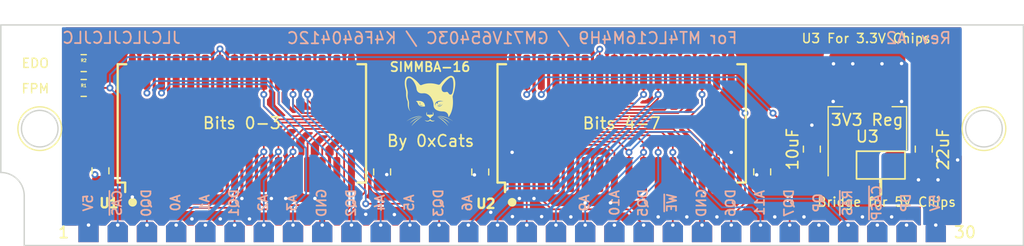
<source format=kicad_pcb>
(kicad_pcb (version 20211014) (generator pcbnew)
  (title_block (title "SIMMBA-16 (16MB EDO/FPM RAM)") (date "2022-04-19") (rev "1A") (company "0xCats"))
  (layers (0 "F.Cu" signal "Front") (31 "B.Cu" signal "Back") (34 "B.Paste" user) (35 "F.Paste" user) (36 "B.SilkS" user "B.Silkscreen") (37 "F.SilkS" user "F.Silkscreen") (38 "B.Mask" user) (39 "F.Mask" user) (44 "Edge.Cuts" user))
  (net 0 "")
  (net 1 "+5V")
  (net 2 "/DQ4")
  (net 3 "/DQ5")
  (net 8 "/~{CAS}")
  (net 10 "/~{RAS}")
  (net 14 "/DQ6")
  (net 15 "/DQ7")
  (net 16 "/DQ0")
  (net 17 "/DQ1")
  (net 26 "/DQ2")
  (net 27 "/DQ3")
  (net 28 "GND")
  (net 32 "VDD")
  (net 33 "/~{WE}")
  (net 34 "/~{OE}")
  (net 35 "/2A5")
  (net 36 "/2A4")
  (net 37 "/2A3")
  (net 38 "/2A6")
  (net 39 "/2A8")
  (net 40 "/2A9")
  (net 41 "/2A11")
  (net 42 "/2A10")
  (net 43 "/2A7")
  (net 44 "/2A0")
  (net 45 "/2A1")
  (net 46 "/2A2")
  (footprint "dram:SOJ-32_400mil" (layer "F.Cu") (at 81.079064 65.4278 90)
    (fp_text reference "U1")
    (fp_text value "MT4LC16M4H9")
  )
  (footprint "Resistor_SMD:R_0805_2012Metric_Pad1.20x1.40mm_HandSolder" (layer "F.Cu") (at 67.328264 60.186)
    (fp_text reference "R2")
    (fp_text value "EDO")
  )
  (footprint "edge connectors:SIMM_30" (layer "F.Cu") (at 103.3056 74.267)
    (fp_text reference "J1" hide)
    (fp_text value "SIMM-30")
    (fp_line (start -43.18 -4.572) (end -43.18 -17.399) (layer "Edge.Cuts") (width 0.12))
    (fp_line (start -41.148 -2.54) (end -41.148 1.778) (layer "Edge.Cuts") (width 0.12))
    (fp_line (start -41.148 1.778) (end 45.72 1.778) (layer "Edge.Cuts") (width 0.12))
    (fp_line (start 45.72 1.778) (end 45.72 -17.399) (layer "Edge.Cuts") (width 0.12))
    (fp_line (start -43.18 -17.399) (end 45.72 -17.399) (layer "Edge.Cuts") (width 0.12))
    (fp_arc (start -43.18 -4.572) (mid -41.743159 -3.976841) (end -41.148 -2.54) (layer "Edge.Cuts") (width 0.12))
    (fp_circle (center 42.291 -8.382) (end 43.881 -8.382) (layer "Edge.Cuts") (width 0.12) (fill none))
    (fp_circle (center -39.8 -8.382) (end -38.21 -8.382) (layer "Edge.Cuts") (width 0.12) (fill none))
  )
  (footprint "Capacitor_SMD:C_0805_2012Metric_Pad1.18x1.45mm_HandSolder" (layer "F.Cu") (at 126.316464 69.6442 90)
    (fp_text reference "C4" hide)
    (fp_text value "220nF" hide)
  )
  (footprint "Capacitor_SMD:C_0805_2012Metric_Pad1.18x1.45mm_HandSolder" (layer "F.Cu") (at 68.785464 69.5487 90)
    (fp_text reference "C1" hide)
    (fp_text value "220nF" hide)
  )
  (footprint "graphics:cat face" (layer "F.Cu") (at 97.430892 63.773383)
    (fp_text reference "G***" hide)
    (fp_text value "LOGO" hide)
  )
  (footprint "Capacitor_SMD:C_0805_2012Metric_Pad1.18x1.45mm_HandSolder" (layer "F.Cu") (at 101.805064 69.6516 90)
    (fp_text reference "C3" hide)
    (fp_text value "220nF" hide)
  )
  (footprint "Resistor_SMD:R_0805_2012Metric_Pad1.20x1.40mm_HandSolder" (layer "F.Cu") (at 67.328264 62.345 180)
    (fp_text reference "R1")
    (fp_text value "FPM")
  )
  (footprint "Capacitor_SMD:C_0805_2012Metric_Pad1.18x1.45mm_HandSolder" (layer "F.Cu") (at 93.271064 69.6477 90)
    (fp_text reference "C2" hide)
    (fp_text value "220nF" hide)
  )
  (footprint "dram:SOJ-32_400mil" (layer "F.Cu") (at 114.099064 65.4278 90)
    (fp_text reference "U2")
    (fp_text value "MT4LC16M4H9")
  )
  (footprint "Capacitor_SMD:C_0805_2012Metric_Pad1.18x1.45mm_HandSolder" (layer "F.Cu") (at 140.362664 67.663 90)
    (fp_text reference "C5" hide)
    (fp_text value "22uF")
  )
  (footprint "Capacitor_SMD:C_0805_2012Metric_Pad1.18x1.45mm_HandSolder" (layer "F.Cu") (at 130.634464 67.663 -90)
    (fp_text reference "C6" hide)
    (fp_text value "10uF")
  )
  (footprint "Package_TO_SOT_SMD:SOT-223-3_TabPin2" (layer "F.Cu") (at 135.460464 65.885 90)
    (fp_text reference "U3")
    (fp_text value "AMS1117-3.3")
  )
  (gr_line (start 136.625064 70.358) (end 136.625064 71.628) (layer "F.SilkS") (width 0.254))
  (gr_circle (center 104.574064 72.2858) (end 104.874064 72.2858) (layer "F.SilkS") (width 0.1524) (fill solid))
  (gr_circle (center 71.579464 72.2858) (end 71.879464 72.2858) (layer "F.SilkS") (width 0.1524) (fill solid))
  (gr_rect (start 134.516864 67.8434) (end 138.733264 70.2564) (layer "F.SilkS") (width 0.15) (fill none))
  (gr_text "DQ6" (at 123.565664 72.341799 90) (layer "B.SilkS") (effects (font (size 0.8 0.8)) (justify mirror)))
  (gr_text "JLCJLCJLCJLC" (at 70.614264 57.9856) (layer "B.SilkS") (effects (font (size 1 1)) (justify mirror)))
  (gr_text "A3" (at 85.440264 72.3418 90) (layer "B.SilkS") (effects (font (size 0.8 0.8)) (justify mirror)))
  (gr_text "GND" (at 121.025664 72.3418 90) (layer "B.SilkS") (effects (font (size 0.8 0.8)) (justify mirror)))
  (gr_text "For MT4LC16M4H9 / GM71V65403C / K4F640412C" (at 104.5756 58.011) (layer "B.SilkS") (effects (font (size 1 1)) (justify mirror)))
  (gr_text "QP" (at 131.185664 72.3418 90) (layer "B.SilkS") (effects (font (size 0.8 0.8)) (justify mirror)))
  (gr_text "A2" (at 82.925664 72.3418 90) (layer "B.SilkS") (effects (font (size 0.8 0.8)) (justify mirror)))
  (gr_text "A10" (at 113.481864 72.341799 90) (layer "B.SilkS") (effects (font (size 0.8 0.8)) (justify mirror)))
  (gr_text "~{CASP}" (at 136.265664 72.3418 90) (layer "B.SilkS") (effects (font (size 0.8 0.8)) (justify mirror)))
  (gr_text "A0" (at 75.305664 72.3418 90) (layer "B.SilkS") (effects (font (size 0.8 0.8)) (justify mirror)))
  (gr_text "5V" (at 67.711064 72.3418 90) (layer "B.SilkS") (effects (font (size 0.8 0.8)) (justify mirror)))
  (gr_text "DQ2" (at 90.571064 72.341799 90) (layer "B.SilkS") (effects (font (size 0.8 0.8)) (justify mirror)))
  (gr_text "~{RAS}" (at 133.725664 72.3418 90) (layer "B.SilkS") (effects (font (size 0.8 0.8)) (justify mirror)))
  (gr_text "5V" (at 141.345664 72.3418 90) (layer "B.SilkS") (effects (font (size 0.8 0.8)) (justify mirror)))
  (gr_text "DQ7" (at 128.645664 72.341799 90) (layer "B.SilkS") (effects (font (size 0.8 0.8)) (justify mirror)))
  (gr_text "A4" (at 93.085664 72.3418 90) (layer "B.SilkS") (effects (font (size 0.8 0.8)) (justify mirror)))
  (gr_text "~{CAS}" (at 70.225664 72.3418 90) (layer "B.SilkS") (effects (font (size 0.8 0.8)) (justify mirror)))
  (gr_text "A6" (at 100.680264 72.3418 90) (layer "B.SilkS") (effects (font (size 0.8 0.8)) (justify mirror)))
  (gr_text "Rev. A2" (at 139.905464 58.011) (layer "B.SilkS") (effects (font (size 1 1)) (justify mirror)))
  (gr_text "A5" (at 95.625664 72.3418 90) (layer "B.SilkS") (effects (font (size 0.8 0.8)) (justify mirror)))
  (gr_text "DP" (at 138.805664 72.341799 90) (layer "B.SilkS") (effects (font (size 0.8 0.8)) (justify mirror)))
  (gr_text "DQ1" (at 80.385664 72.341799 90) (layer "B.SilkS") (effects (font (size 0.8 0.8)) (justify mirror)))
  (gr_text "A1" (at 77.845664 72.3418 90) (layer "B.SilkS") (effects (font (size 0.8 0.8)) (justify mirror)))
  (gr_text "GND" (at 88.005664 72.3418 90) (layer "B.SilkS") (effects (font (size 0.8 0.8)) (justify mirror)))
  (gr_text "DQ3" (at 98.165664 72.341799 90) (layer "B.SilkS") (effects (font (size 0.8 0.8)) (justify mirror)))
  (gr_text "DQ5" (at 115.945664 72.341799 90) (layer "B.SilkS") (effects (font (size 0.8 0.8)) (justify mirror)))
  (gr_text "~{WE}" (at 118.460264 72.3418 90) (layer "B.SilkS") (effects (font (size 0.8 0.8)) (justify mirror)))
  (gr_text "A11" (at 126.105664 72.341799 90) (layer "B.SilkS") (effects (font (size 0.8 0.8)) (justify mirror)))
  (gr_text "DQ0" (at 72.765664 72.341799 90) (layer "B.SilkS") (effects (font (size 0.8 0.8)) (justify mirror)))
  (gr_text "A9" (at 110.865664 72.3418 90) (layer "B.SilkS") (effects (font (size 0.8 0.8)) (justify mirror)))
  (gr_text "EDO" (at 63.121264 60.1954) (layer "F.SilkS") (effects (font (size 0.8 0.8) (thickness 0.125))))
  (gr_text "3V3 Reg" (at 135.435064 65.123) (layer "F.SilkS") (effects (font (size 1 1))))
  (gr_text "SIMMBA-16" (at 97.436664 60.5256) (layer "F.SilkS") (effects (font (size 0.8 0.8))))
  (gr_text "Bridge for 5V Chips\n" (at 137.133064 72.263) (layer "F.SilkS") (effects (font (size 0.8 0.8) (thickness 0.125))))
  (gr_text "FPM" (at 63.121264 62.4052) (layer "F.SilkS") (effects (font (size 0.8 0.8) (thickness 0.125))))
  (gr_text "Bits 0-3" (at 81.079064 65.4024) (layer "F.SilkS") (effects (font (size 1 1))))
  (gr_text "Bits 4-7" (at 114.099064 65.4278) (layer "F.SilkS") (effects (font (size 1 1))))
  (gr_text "By 0xCats" (at 97.487464 66.9518) (layer "F.SilkS") (effects (font (size 1 1))))
  (gr_text "U3 For 3.3V Chips" (at 135.355064 58.039) (layer "F.SilkS") (effects (font (size 0.8 0.8) (thickness 0.125))))
  (segment (start 138.094964 68.7005) (end 137.760464 69.035) (width 0.6) (layer "F.Cu") (net 1))
  (segment (start 140.362664 68.7005) (end 138.094964 68.7005) (width 0.6) (layer "F.Cu") (net 1))
  (via (at 139.901664 70.3326) (size 0.6) (drill 0.3) (layers "F.Cu" "B.Cu") (net 1))
  (via (at 143.305264 68.6054) (size 0.6) (drill 0.3) (layers "F.Cu" "B.Cu") (net 1))
  (via (at 141.603464 70.3326) (size 0.6) (drill 0.3) (layers "F.Cu" "B.Cu") (net 1))
  (via (at 141.603464 68.6054) (size 0.6) (drill 0.3) (layers "F.Cu" "B.Cu") (net 1))
  (segment (start 105.844064 69.8728) (end 105.844064 74.265464) (width 0.15) (layer "F.Cu") (net 2))
  (segment (start 105.844064 70.9393) (end 105.844064 69.4618) (width 0.15) (layer "F.Cu") (net 2))
  (segment (start 105.844064 74.265464) (end 105.8456 74.267) (width 0.15) (layer "F.Cu") (net 2))
  (segment (start 108.003064 72.8954) (end 107.114064 72.0064) (width 0.15) (layer "F.Cu") (net 3))
  (segment (start 107.114064 72.0064) (end 107.114064 69.8728) (width 0.15) (layer "F.Cu") (net 3))
  (segment (start 116.0056 74.267) (end 114.634 72.8954) (width 0.15) (layer "F.Cu") (net 3))
  (segment (start 114.634 72.8954) (end 108.003064 72.8954) (width 0.15) (layer "F.Cu") (net 3))
  (segment (start 79.174064 60.932) (end 79.174064 58.9508) (width 0.15) (layer "F.Cu") (net 8))
  (segment (start 112.194064 60.9828) (end 112.194064 58.9762) (width 0.15) (layer "F.Cu") (net 8))
  (segment (start 112.194064 61.5393) (end 112.194064 60.2723) (width 0.15) (layer "F.Cu") (net 8))
  (segment (start 68.328264 62.345) (end 69.607664 62.345) (width 0.15) (layer "F.Cu") (net 8))
  (via (at 79.174064 58.9508) (size 0.6) (drill 0.3) (layers "F.Cu" "B.Cu") (net 8))
  (via (at 112.194064 58.9762) (size 0.6) (drill 0.3) (layers "F.Cu" "B.Cu") (net 8))
  (via (at 69.607664 62.345) (size 0.6) (drill 0.3) (layers "F.Cu" "B.Cu") (net 8))
  (segment (start 79.885264 59.662) (end 111.508264 59.662) (width 0.15) (layer "B.Cu") (net 8))
  (segment (start 78.462864 59.662) (end 71.147664 59.662) (width 0.15) (layer "B.Cu") (net 8))
  (segment (start 69.607664 62.345) (end 69.607664 61.202) (width 0.15) (layer "B.Cu") (net 8))
  (segment (start 111.508264 59.662) (end 112.194064 58.9762) (width 0.15) (layer "B.Cu") (net 8))
  (segment (start 70.2856 63.022936) (end 70.2856 74.267) (width 0.15) (layer "B.Cu") (net 8))
  (segment (start 69.607664 62.345) (end 70.2856 63.022936) (width 0.15) (layer "B.Cu") (net 8))
  (segment (start 79.174064 58.9508) (end 78.462864 59.662) (width 0.15) (layer "B.Cu") (net 8))
  (segment (start 69.607664 61.202) (end 71.147664 59.662) (width 0.15) (layer "B.Cu") (net 8))
  (segment (start 79.174064 58.9508) (end 79.885264 59.662) (width 0.15) (layer "B.Cu") (net 8))
  (segment (start 89.569153 72.533311) (end 89.969064 72.1334) (width 0.15) (layer "F.Cu") (net 10))
  (segment (start 89.969064 67.7392) (end 90.693895 67.014369) (width 0.15) (layer "F.Cu") (net 10))
  (segment (start 113.806033 67.014369) (end 114.734064 67.9424) (width 0.15) (layer "F.Cu") (net 10))
  (segment (start 82.84862 72.533311) (end 89.569153 72.533311) (width 0.15) (layer "F.Cu") (net 10))
  (segment (start 81.714064 71.398755) (end 82.84862 72.533311) (width 0.15) (layer "F.Cu") (net 10))
  (segment (start 90.693895 67.014369) (end 113.806033 67.014369) (width 0.15) (layer "F.Cu") (net 10))
  (segment (start 89.969064 72.1334) (end 89.969064 67.7392) (width 0.15) (layer "F.Cu") (net 10))
  (segment (start 114.734064 69.8728) (end 114.734064 67.9424) (width 0.15) (layer "F.Cu") (net 10))
  (segment (start 81.714064 69.8474) (end 81.714064 71.398755) (width 0.15) (layer "F.Cu") (net 10))
  (via (at 114.734064 67.9424) (size 0.6) (drill 0.3) (layers "F.Cu" "B.Cu") (net 10))
  (segment (start 114.734064 67.9424) (end 116.512064 66.1644) (width 0.15) (layer "B.Cu") (net 10))
  (segment (start 120.068064 66.1644) (end 125.884664 71.981) (width 0.15) (layer "B.Cu") (net 10))
  (segment (start 131.4996 71.981) (end 133.7856 74.267) (width 0.15) (layer "B.Cu") (net 10))
  (segment (start 116.512064 66.1644) (end 120.068064 66.1644) (width 0.15) (layer "B.Cu") (net 10))
  (segment (start 125.884664 71.981) (end 131.4996 71.981) (width 0.15) (layer "B.Cu") (net 10))
  (segment (start 107.114064 60.9828) (end 107.114064 62.9132) (width 0.15) (layer "F.Cu") (net 14))
  (segment (start 123.6256 73.528864) (end 124.817864 72.3366) (width 0.15) (layer "F.Cu") (net 14))
  (segment (start 124.817864 72.3366) (end 124.817864 64.5388) (width 0.15) (layer "F.Cu") (net 14))
  (segment (start 123.6256 74.267) (end 123.6256 73.528864) (width 0.15) (layer "F.Cu") (net 14))
  (via (at 107.114064 62.9132) (size 0.6) (drill 0.3) (layers "F.Cu" "B.Cu") (net 14))
  (via (at 124.817864 64.5388) (size 0.6) (drill 0.3) (layers "F.Cu" "B.Cu") (net 14))
  (segment (start 108.053864 61.9734) (end 108.336144 61.69112) (width 0.15) (layer "B.Cu") (net 14))
  (segment (start 108.003064 62.0242) (end 108.053864 61.9734) (width 0.15) (layer "B.Cu") (net 14))
  (segment (start 107.114064 62.9132) (end 108.003064 62.0242) (width 0.15) (layer "B.Cu") (net 14))
  (segment (start 108.336144 61.69112) (end 121.970184 61.69112) (width 0.15) (layer "B.Cu") (net 14))
  (segment (start 121.970184 61.69112) (end 124.817864 64.5388) (width 0.15) (layer "B.Cu") (net 14))
  (segment (start 128.7056 65.988136) (end 128.7056 74.267) (width 0.15) (layer "F.Cu") (net 15))
  (segment (start 105.844064 60.9828) (end 105.844064 62.9132) (width 0.15) (layer "F.Cu") (net 15))
  (segment (start 127.256264 64.5388) (end 128.7056 65.988136) (width 0.15) (layer "F.Cu") (net 15))
  (via (at 105.844064 62.9132) (size 0.6) (drill 0.3) (layers "F.Cu" "B.Cu") (net 15))
  (via (at 127.256264 64.5388) (size 0.6) (drill 0.3) (layers "F.Cu" "B.Cu") (net 15))
  (segment (start 124.132064 61.4146) (end 127.256264 64.5388) (width 0.15) (layer "B.Cu") (net 15))
  (segment (start 105.844064 62.9132) (end 107.342664 61.4146) (width 0.15) (layer "B.Cu") (net 15))
  (segment (start 107.342664 61.4146) (end 124.132064 61.4146) (width 0.15) (layer "B.Cu") (net 15))
  (segment (start 72.824064 74.265464) (end 72.8256 74.267) (width 0.15) (layer "F.Cu") (net 16))
  (segment (start 72.824064 69.822) (end 72.824064 74.265464) (width 0.15) (layer "F.Cu") (net 16))
  (segment (start 80.4456 73.081136) (end 80.4456 74.267) (width 0.15) (layer "F.Cu") (net 17))
  (segment (start 74.094064 72.7684) (end 80.132864 72.7684) (width 0.15) (layer "F.Cu") (net 17))
  (segment (start 80.132864 72.7684) (end 80.4456 73.081136) (width 0.15) (layer "F.Cu") (net 17))
  (segment (start 74.094064 69.822) (end 74.094064 72.7684) (width 0.15) (layer "F.Cu") (net 17))
  (segment (start 74.094064 60.932) (end 74.094064 62.7862) (width 0.15) (layer "F.Cu") (net 26))
  (via (at 74.094064 62.7862) (size 0.6) (drill 0.3) (layers "F.Cu" "B.Cu") (net 26))
  (segment (start 83.767664 63.9826) (end 90.6056 70.820536) (width 0.15) (layer "B.Cu") (net 26))
  (segment (start 74.094064 62.7862) (end 74.856064 62.0242) (width 0.15) (layer "B.Cu") (net 26))
  (segment (start 74.856064 62.0242) (end 83.212664 62.0242) (width 0.15) (layer "B.Cu") (net 26))
  (segment (start 90.6056 70.820536) (end 90.6056 74.267) (width 0.15) (layer "B.Cu") (net 26))
  (segment (start 83.767664 62.5792) (end 83.767664 63.9826) (width 0.15) (layer "B.Cu") (net 26))
  (segment (start 83.212664 62.0242) (end 83.767664 62.5792) (width 0.15) (layer "B.Cu") (net 26))
  (segment (start 97.182664 72.4128) (end 98.2256 73.455736) (width 0.15) (layer "F.Cu") (net 27))
  (segment (start 98.2256 73.455736) (end 98.2256 74.267) (width 0.15) (layer "F.Cu") (net 27))
  (segment (start 72.824064 60.932) (end 72.824064 62.7862) (width 0.15) (layer "F.Cu") (net 27))
  (segment (start 91.848664 72.4128) (end 97.182664 72.4128) (width 0.15) (layer "F.Cu") (net 27))
  (via (at 91.848664 72.4128) (size 0.6) (drill 0.3) (layers "F.Cu" "B.Cu") (net 27))
  (via (at 72.824064 62.7862) (size 0.6) (drill 0.3) (layers "F.Cu" "B.Cu") (net 27))
  (segment (start 84.301064 63.754) (end 84.301064 62.721542) (width 0.15) (layer "B.Cu") (net 27))
  (segment (start 72.824064 62.5068) (end 73.586064 61.7448) (width 0.15) (layer "B.Cu") (net 27))
  (segment (start 83.339664 61.760142) (end 83.339664 61.7448) (width 0.15) (layer "B.Cu") (net 27))
  (segment (start 73.586064 61.7448) (end 83.339664 61.7448) (width 0.15) (layer "B.Cu") (net 27))
  (segment (start 91.848664 72.4128) (end 91.848664 71.3016) (width 0.15) (layer "B.Cu") (net 27))
  (segment (start 84.301064 62.721542) (end 83.339664 61.760142) (width 0.15) (layer "B.Cu") (net 27))
  (segment (start 72.824064 62.7862) (end 72.824064 62.5068) (width 0.15) (layer "B.Cu") (net 27))
  (segment (start 91.848664 71.3016) (end 84.301064 63.754) (width 0.15) (layer "B.Cu") (net 27))
  (via (at 122.379464 73.5558) (size 0.6) (drill 0.3) (layers "F.Cu" "B.Cu") (net 28))
  (via (at 129.948664 73.5558) (size 0.6) (drill 0.3) (layers "F.Cu" "B.Cu") (net 28))
  (via (at 107.139464 73.5304) (size 0.6) (drill 0.3) (layers "F.Cu" "B.Cu") (net 28))
  (via (at 117.274064 73.5558) (size 0.6) (drill 0.3) (layers "F.Cu" "B.Cu") (net 28))
  (via (at 109.679464 73.5558) (size 0.6) (drill 0.3) (layers "F.Cu" "B.Cu") (net 28))
  (via (at 135.028664 73.5558) (size 0.6) (drill 0.3) (layers "F.Cu" "B.Cu") (net 28))
  (via (at 106.475264 71.9582) (size 0.6) (drill 0.3) (layers "F.Cu" "B.Cu") (net 28))
  (via (at 119.763264 73.5558) (size 0.6) (drill 0.3) (layers "F.Cu" "B.Cu") (net 28))
  (via (at 102.716064 73.152) (size 0.6) (drill 0.3) (layers "F.Cu" "B.Cu") (net 28))
  (via (at 79.199464 73.7336) (size 0.6) (drill 0.3) (layers "F.Cu" "B.Cu") (net 28))
  (via (at 87.429064 71.9556) (size 0.6) (drill 0.3) (layers "F.Cu" "B.Cu") (net 28))
  (via (at 83.644464 71.9556) (size 0.6) (drill 0.3) (layers "F.Cu" "B.Cu") (net 28))
  (via (at 127.408664 73.5558) (size 0.6) (drill 0.3) (layers "F.Cu" "B.Cu") (net 28))
  (via (at 76.735664 73.7336) (size 0.6) (drill 0.3) (layers "F.Cu" "B.Cu") (net 28))
  (via (at 94.337864 73.3526) (size 0.6) (drill 0.3) (layers "F.Cu" "B.Cu") (net 28))
  (via (at 110.924064 72.3366) (size 0.6) (drill 0.3) (layers "F.Cu" "B.Cu") (net 28))
  (via (at 81.739464 73.7336) (size 0.6) (drill 0.3) (layers "F.Cu" "B.Cu") (net 28))
  (via (at 113.133864 72.3366) (size 0.6) (drill 0.3) (layers "F.Cu" "B.Cu") (net 28))
  (via (at 137.568664 73.5558) (size 0.6) (drill 0.3) (layers "F.Cu" "B.Cu") (net 28))
  (via (at 104.599464 73.5304) (size 0.6) (drill 0.3) (layers "F.Cu" "B.Cu") (net 28))
  (via (at 84.889064 71.9556) (size 0.6) (drill 0.3) (layers "F.Cu" "B.Cu") (net 28))
  (via (at 105.205264 71.9582) (size 0.6) (drill 0.3) (layers "F.Cu" "B.Cu") (net 28))
  (via (at 91.848664 73.3298) (size 0.6) (drill 0.3) (layers "F.Cu" "B.Cu") (net 28))
  (via (at 81.079064 71.9556) (size 0.6) (drill 0.3) (layers "F.Cu" "B.Cu") (net 28))
  (segment (start 68.302464 70.1772) (end 68.302464 69.8767) (width 0.2) (layer "F.Cu") (net 32))
  (segment (start 126.316464 70.6817) (end 125.833464 70.1987) (width 0.2) (layer "F.Cu") (net 32))
  (segment (start 90.600264 69.8754) (end 90.600264 67.945) (width 0.6) (layer "F.Cu") (net 32))
  (segment (start 70.840664 70.5862) (end 71.554064 69.8728) (width 0.6) (layer "F.Cu") (net 32))
  (segment (start 101.780064 70.6856) (end 101.297064 70.2026) (width 0.2) (layer "F.Cu") (net 32))
  (segment (start 68.785464 70.6602) (end 68.302464 70.1772) (width 0.2) (layer "F.Cu") (net 32))
  (segment (start 130.634464 65.5802) (end 130.634464 66.6255) (width 0.6) (layer "F.Cu") (net 32))
  (segment (start 93.673664 70.2826) (end 93.271064 70.6852) (width 0.15) (layer "F.Cu") (net 32))
  (segment (start 68.785464 70.5862) (end 70.840664 70.5862) (width 0.6) (layer "F.Cu") (net 32))
  (segment (start 123.624064 69.8728) (end 123.624064 67.9424) (width 0.6) (layer "F.Cu") (net 32))
  (segment (start 104.574064 69.8728) (end 104.574064 67.9424) (width 0.6) (layer "F.Cu") (net 32))
  (segment (start 101.297064 70.2026) (end 101.297064 69.9021) (width 0.2) (layer "F.Cu") (net 32))
  (segment (start 71.554064 69.8474) (end 71.554064 71.7524) (width 0.6) (layer "F.Cu") (net 32))
  (segment (start 125.833464 70.1987) (end 125.833464 69.8982) (width 0.2) (layer "F.Cu") (net 32))
  (segment (start 93.673664 69.8754) (end 93.673664 70.2826) (width 0.15) (layer "F.Cu") (net 32))
  (via (at 134.190464 60.2462) (size 0.6) (drill 0.3) (layers "F.Cu" "B.Cu") (net 32))
  (via (at 93.673664 69.8754) (size 0.6) (drill 0.3) (layers "F.Cu" "B.Cu") (net 32))
  (via (at 104.574064 67.9424) (size 0.6) (drill 0.3) (layers "F.Cu" "B.Cu") (net 32))
  (via (at 132.488664 63.5228) (size 0.6) (drill 0.3) (layers "F.Cu" "B.Cu") (net 32))
  (via (at 136.730464 60.2462) (size 0.6) (drill 0.3) (layers "F.Cu" "B.Cu") (net 32))
  (via (at 71.554064 71.8286) (size 0.6) (drill 0.3) (layers "F.Cu" "B.Cu") (net 32))
  (via (at 130.634464 65.5802) (size 0.6) (drill 0.3) (layers "F.Cu" "B.Cu") (net 32))
  (via (at 68.302464 69.8767) (size 0.6) (drill 0.3) (layers "F.Cu" "B.Cu") (net 32))
  (via (at 132.514064 60.2462) (size 0.6) (drill 0.3) (layers "F.Cu" "B.Cu") (net 32))
  (via (at 138.432264 63.5228) (size 0.6) (drill 0.3) (layers "F.Cu" "B.Cu") (net 32))
  (via (at 125.833464 69.8982) (size 0.6) (drill 0.3) (layers "F.Cu" "B.Cu") (net 32))
  (via (at 101.297064 69.9021) (size 0.6) (drill 0.3) (layers "F.Cu" "B.Cu") (net 32))
  (via (at 138.432264 60.2208) (size 0.6) (drill 0.3) (layers "F.Cu" "B.Cu") (net 32))
  (via (at 123.624064 67.9424) (size 0.6) (drill 0.3) (layers "F.Cu" "B.Cu") (net 32))
  (via (at 90.604064 67.8408) (size 0.6) (drill 0.3) (layers "F.Cu" "B.Cu") (net 32))
  (segment (start 91.772464 71.4222) (end 90.299264 72.8954) (width 0.15) (layer "F.Cu") (net 33))
  (segment (start 118.5456 74.267) (end 118.5456 74.118091) (width 0.15) (layer "F.Cu") (net 33))
  (segment (start 80.444064 72.3112) (end 80.444064 69.8474) (width 0.15) (layer "F.Cu") (net 33))
  (segment (start 112.787153 67.290889) (end 92.068375 67.290889) (width 0.15) (layer "F.Cu") (net 33))
  (segment (start 118.544064 73.5558) (end 116.867664 71.8794) (width 0.15) (layer "F.Cu") (net 33))
  (segment (start 118.544064 74.116555) (end 118.544064 73.5558) (width 0.15) (layer "F.Cu") (net 33))
  (segment (start 113.464064 67.9678) (end 112.787153 67.290889) (width 0.15) (layer "F.Cu") (net 33))
  (segment (start 113.718064 71.8794) (end 113.464064 71.6254) (width 0.15) (layer "F.Cu") (net 33))
  (segment (start 113.464064 69.8728) (end 113.464064 67.9678) (width 0.15) (layer "F.Cu") (net 33))
  (segment (start 113.464064 71.6254) (end 113.464064 69.8728) (width 0.15) (layer "F.Cu") (net 33))
  (segment (start 90.299264 72.8954) (end 81.028264 72.8954) (width 0.15) (layer "F.Cu") (net 33))
  (segment (start 92.068375 67.290889) (end 91.772464 67.5868) (width 0.15) (layer "F.Cu") (net 33))
  (segment (start 118.5456 74.118091) (end 118.544064 74.116555) (width 0.15) (layer "F.Cu") (net 33))
  (segment (start 81.028264 72.8954) (end 80.444064 72.3112) (width 0.15) (layer "F.Cu") (net 33))
  (segment (start 116.867664 71.8794) (end 113.718064 71.8794) (width 0.15) (layer "F.Cu") (net 33))
  (segment (start 91.772464 67.5868) (end 91.772464 71.4222) (width 0.15) (layer "F.Cu") (net 33))
  (segment (start 113.464064 58.3412) (end 113.032264 57.9094) (width 0.15) (layer "F.Cu") (net 34))
  (segment (start 80.444064 58.2904) (end 80.063064 57.9094) (width 0.15) (layer "F.Cu") (net 34))
  (segment (start 80.063064 57.9094) (end 67.376264 57.9094) (width 0.15) (layer "F.Cu") (net 34))
  (segment (start 113.464064 60.9828) (end 113.464064 58.3412) (width 0.15) (layer "F.Cu") (net 34))
  (segment (start 66.328264 58.9574) (end 66.328264 60.186) (width 0.15) (layer "F.Cu") (net 34))
  (segment (start 80.444064 60.932) (end 80.444064 58.2904) (width 0.15) (layer "F.Cu") (net 34))
  (segment (start 66.328264 60.186) (end 66.328264 62.345) (width 0.6) (layer "F.Cu") (net 34))
  (segment (start 80.825064 57.9094) (end 80.444064 58.2904) (width 0.15) (layer "F.Cu") (net 34))
  (segment (start 113.032264 57.9094) (end 80.825064 57.9094) (width 0.15) (layer "F.Cu") (net 34))
  (segment (start 67.376264 57.9094) (end 66.328264 58.9574) (width 0.15) (layer "F.Cu") (net 34))
  (segment (start 82.984064 67.8916) (end 82.984064 66.52) (width 0.15) (layer "F.Cu") (net 35))
  (segment (start 122.354064 67.1042) (end 122.354064 69.8728) (width 0.15) (layer "F.Cu") (net 35))
  (segment (start 82.984064 66.52) (end 84.148815 65.355249) (width 0.15) (layer "F.Cu") (net 35))
  (segment (start 82.984064 69.822) (end 82.984064 67.8916) (width 0.15) (layer "F.Cu") (net 35))
  (segment (start 120.605113 65.355249) (end 122.354064 67.1042) (width 0.15) (layer "F.Cu") (net 35))
  (segment (start 84.148815 65.355249) (end 120.605113 65.355249) (width 0.15) (layer "F.Cu") (net 35))
  (via (at 82.984064 67.8916) (size 0.6) (drill 0.3) (layers "F.Cu" "B.Cu") (net 35))
  (segment (start 78.158064 72.7176) (end 76.915 72.7176) (width 0.15) (layer "B.Cu") (net 35))
  (segment (start 76.915 72.7176) (end 75.3656 74.267) (width 0.15) (layer "B.Cu") (net 35))
  (segment (start 82.984064 67.8916) (end 78.158064 72.7176) (width 0.15) (layer "B.Cu") (net 35))
  (segment (start 85.11885 65.631769) (end 119.586233 65.631769) (width 0.15) (layer "F.Cu") (net 36))
  (segment (start 84.254064 69.822) (end 84.254064 67.8916) (width 0.15) (layer "F.Cu") (net 36))
  (segment (start 84.254064 66.496555) (end 85.11885 65.631769) (width 0.15) (layer "F.Cu") (net 36))
  (segment (start 84.254064 67.8916) (end 84.254064 66.496555) (width 0.15) (layer "F.Cu") (net 36))
  (segment (start 121.084064 67.1296) (end 121.084064 69.8728) (width 0.15) (layer "F.Cu") (net 36))
  (segment (start 119.586233 65.631769) (end 121.084064 67.1296) (width 0.15) (layer "F.Cu") (net 36))
  (via (at 84.254064 67.8916) (size 0.6) (drill 0.3) (layers "F.Cu" "B.Cu") (net 36))
  (segment (start 84.254064 67.8916) (end 84.254064 67.918536) (width 0.15) (layer "B.Cu") (net 36))
  (segment (start 84.254064 67.918536) (end 77.9056 74.267) (width 0.15) (layer "B.Cu") (net 36))
  (segment (start 119.814064 67.1296) (end 119.814064 69.8728) (width 0.15) (layer "F.Cu") (net 37))
  (segment (start 85.524064 66.801355) (end 86.41713 65.908289) (width 0.15) (layer "F.Cu") (net 37))
  (segment (start 118.592753 65.908289) (end 119.814064 67.1296) (width 0.15) (layer "F.Cu") (net 37))
  (segment (start 85.524064 69.822) (end 85.524064 67.8916) (width 0.15) (layer "F.Cu") (net 37))
  (segment (start 86.41713 65.908289) (end 118.592753 65.908289) (width 0.15) (layer "F.Cu") (net 37))
  (segment (start 85.524064 67.8916) (end 85.524064 66.801355) (width 0.15) (layer "F.Cu") (net 37))
  (via (at 85.524064 67.8916) (size 0.6) (drill 0.3) (layers "F.Cu" "B.Cu") (net 37))
  (segment (start 85.524064 67.8916) (end 82.9856 70.430064) (width 0.15) (layer "B.Cu") (net 37))
  (segment (start 82.9856 70.430064) (end 82.9856 74.267) (width 0.15) (layer "B.Cu") (net 37))
  (segment (start 84.135548 65.078729) (end 121.38038 65.078729) (width 0.15) (layer "F.Cu") (net 38))
  (segment (start 122.354064 64.105045) (end 122.354064 60.9828) (width 0.15) (layer "F.Cu") (net 38))
  (segment (start 82.984064 62.8624) (end 82.984064 63.927245) (width 0.15) (layer "F.Cu") (net 38))
  (segment (start 82.984064 63.927245) (end 84.135548 65.078729) (width 0.15) (layer "F.Cu") (net 38))
  (segment (start 82.984064 60.932) (end 82.984064 62.8624) (width 0.15) (layer "F.Cu") (net 38))
  (segment (start 121.38038 65.078729) (end 122.354064 64.105045) (width 0.15) (layer "F.Cu") (net 38))
  (via (at 82.984064 62.9132) (size 0.6) (drill 0.3) (layers "F.Cu" "B.Cu") (net 38))
  (segment (start 86.663264 71.5518) (end 86.663264 67.5818) (width 0.15) (layer "B.Cu") (net 38))
  (segment (start 86.663264 67.5818) (end 82.984064 63.9026) (width 0.15) (layer "B.Cu") (net 38))
  (segment (start 85.524064 72.691) (end 86.663264 71.5518) (width 0.15) (layer "B.Cu") (net 38))
  (segment (start 82.984064 62.8624) (end 82.984064 63.9026) (width 0.15) (layer "B.Cu") (net 38))
  (segment (start 85.524064 74.265464) (end 85.524064 72.691) (width 0.15) (layer "B.Cu") (net 38))
  (segment (start 85.5256 74.267) (end 85.524064 74.265464) (width 0.15) (layer "B.Cu") (net 38))
  (segment (start 119.01242 64.525689) (end 119.814064 63.724045) (width 0.15) (layer "F.Cu") (net 39))
  (segment (start 119.814064 60.9828) (end 119.814064 62.9132) (width 0.15) (layer "F.Cu") (net 39))
  (segment (start 85.524064 62.8624) (end 85.524064 63.7768) (width 0.15) (layer "F.Cu") (net 39))
  (segment (start 86.272953 64.525689) (end 119.01242 64.525689) (width 0.15) (layer "F.Cu") (net 39))
  (segment (start 85.524064 60.932) (end 85.524064 62.8624) (width 0.15) (layer "F.Cu") (net 39))
  (segment (start 85.524064 63.7768) (end 86.272953 64.525689) (width 0.15) (layer "F.Cu") (net 39))
  (segment (start 119.814064 63.724045) (end 119.814064 62.9132) (width 0.15) (layer "F.Cu") (net 39))
  (via (at 85.524064 62.9132) (size 0.6) (drill 0.3) (layers "F.Cu" "B.Cu") (net 39))
  (segment (start 85.524064 64.088) (end 93.1456 71.709536) (width 0.15) (layer "B.Cu") (net 39))
  (segment (start 93.1456 71.709536) (end 93.1456 74.267) (width 0.15) (layer "B.Cu") (net 39))
  (segment (start 85.524064 62.8624) (end 85.524064 64.088) (width 0.15) (layer "B.Cu") (net 39))
  (segment (start 86.794064 60.932) (end 86.794064 62.8624) (width 0.15) (layer "F.Cu") (net 40))
  (segment (start 86.794064 63.393845) (end 86.794064 62.8624) (width 0.15) (layer "F.Cu") (net 40))
  (segment (start 118.544064 60.9828) (end 118.544064 62.9132) (width 0.15) (layer "F.Cu") (net 40))
  (segment (start 118.544064 63.5482) (end 117.843095 64.249169) (width 0.15) (layer "F.Cu") (net 40))
  (segment (start 118.544064 62.9132) (end 118.544064 63.5482) (width 0.15) (layer "F.Cu") (net 40))
  (segment (start 87.649388 64.249169) (end 86.794064 63.393845) (width 0.15) (layer "F.Cu") (net 40))
  (segment (start 117.843095 64.249169) (end 87.649388 64.249169) (width 0.15) (layer "F.Cu") (net 40))
  (via (at 86.794064 62.9132) (size 0.6) (drill 0.3) (layers "F.Cu" "B.Cu") (net 40))
  (segment (start 86.794064 64.740045) (end 95.6856 73.631581) (width 0.15) (layer "B.Cu") (net 40))
  (segment (start 95.6856 73.934064) (end 95.6856 74.267) (width 0.15) (layer "B.Cu") (net 40))
  (segment (start 95.6856 73.631581) (end 95.6856 73.934064) (width 0.15) (layer "B.Cu") (net 40))
  (segment (start 86.794064 62.8624) (end 86.794064 64.740045) (width 0.15) (layer "B.Cu") (net 40))
  (segment (start 116.004064 60.9828) (end 116.004064 62.9132) (width 0.15) (layer "F.Cu") (net 41))
  (segment (start 90.294793 63.696129) (end 89.334064 62.7354) (width 0.15) (layer "F.Cu") (net 41))
  (segment (start 89.334064 62.7354) (end 89.334064 60.932) (width 0.15) (layer "F.Cu") (net 41))
  (segment (start 116.004064 62.9132) (end 115.221135 63.696129) (width 0.15) (layer "F.Cu") (net 41))
  (segment (start 115.221135 63.696129) (end 90.294793 63.696129) (width 0.15) (layer "F.Cu") (net 41))
  (via (at 116.004064 62.9132) (size 0.6) (drill 0.3) (layers "F.Cu" "B.Cu") (net 41))
  (segment (start 104.1412 70.8914) (end 108.025864 70.8914) (width 0.15) (layer "B.Cu") (net 41))
  (segment (start 100.7656 74.267) (end 104.1412 70.8914) (width 0.15) (layer "B.Cu") (net 41))
  (segment (start 108.025864 70.8914) (end 116.004064 62.9132) (width 0.15) (layer "B.Cu") (net 41))
  (segment (start 88.064064 63.2942) (end 88.742513 63.972649) (width 0.15) (layer "F.Cu") (net 42))
  (segment (start 117.274064 63.2688) (end 117.274064 62.9132) (width 0.15) (layer "F.Cu") (net 42))
  (segment (start 117.274064 62.9132) (end 117.274064 60.9828) (width 0.15) (layer "F.Cu") (net 42))
  (segment (start 116.570215 63.972649) (end 117.274064 63.2688) (width 0.15) (layer "F.Cu") (net 42))
  (segment (start 88.742513 63.972649) (end 116.570215 63.972649) (width 0.15) (layer "F.Cu") (net 42))
  (segment (start 88.064064 60.932) (end 88.064064 63.2942) (width 0.15) (layer "F.Cu") (net 42))
  (via (at 117.274064 62.9132) (size 0.6) (drill 0.3) (layers "F.Cu" "B.Cu") (net 42))
  (segment (start 104.494064 72.517) (end 103.3056 73.705464) (width 0.15) (layer "B.Cu") (net 42))
  (segment (start 103.3056 73.705464) (end 103.3056 74.267) (width 0.15) (layer "B.Cu") (net 42))
  (segment (start 107.670264 72.517) (end 104.494064 72.517) (width 0.15) (layer "B.Cu") (net 42))
  (segment (start 107.670264 72.517) (end 117.274064 62.9132) (width 0.15) (layer "B.Cu") (net 42))
  (segment (start 120.084055 64.802209) (end 85.357628 64.802209) (width 0.15) (layer "F.Cu") (net 43))
  (segment (start 84.254064 63.698645) (end 84.254064 60.932) (width 0.15) (layer "F.Cu") (net 43))
  (segment (start 121.084064 62.9132) (end 121.084064 60.9828) (width 0.15) (layer "F.Cu") (net 43))
  (segment (start 121.084064 63.8022) (end 120.084055 64.802209) (width 0.15) (layer "F.Cu") (net 43))
  (segment (start 85.357628 64.802209) (end 84.254064 63.698645) (width 0.15) (layer "F.Cu") (net 43))
  (segment (start 121.084064 62.9132) (end 121.084064 63.8022) (width 0.15) (layer "F.Cu") (net 43))
  (via (at 121.084064 62.9132) (size 0.6) (drill 0.3) (layers "F.Cu" "B.Cu") (net 43))
  (segment (start 108.384064 72.9208) (end 108.384064 73.580083) (width 0.15) (layer "B.Cu") (net 43))
  (segment (start 121.084064 63.8022) (end 120.449064 64.4372) (width 0.15) (layer "B.Cu") (net 43))
  (segment (start 108.3856 73.581619) (end 108.3856 74.267) (width 0.15) (layer "B.Cu") (net 43))
  (segment (start 108.384064 73.580083) (end 108.3856 73.581619) (width 0.15) (layer "B.Cu") (net 43))
  (segment (start 121.084064 62.9132) (end 121.084064 63.8022) (width 0.15) (layer "B.Cu") (net 43))
  (segment (start 120.449064 64.4372) (end 116.867664 64.4372) (width 0.15) (layer "B.Cu") (net 43))
  (segment (start 116.867664 64.4372) (end 108.384064 72.9208) (width 0.15) (layer "B.Cu") (net 43))
  (segment (start 89.334064 67.7646) (end 89.334064 69.8474) (width 0.15) (layer "F.Cu") (net 44))
  (segment (start 116.004064 69.8728) (end 116.004064 67.9424) (width 0.15) (layer "F.Cu") (net 44))
  (segment (start 90.360815 66.737849) (end 89.334064 67.7646) (width 0.15) (layer "F.Cu") (net 44))
  (segment (start 115.612313 66.737849) (end 90.360815 66.737849) (width 0.15) (layer "F.Cu") (net 44))
  (segment (start 116.004064 67.1296) (end 115.612313 66.737849) (width 0.15) (layer "F.Cu") (net 44))
  (segment (start 116.004064 67.9424) (end 116.004064 67.1296) (width 0.15) (layer "F.Cu") (net 44))
  (via (at 116.004064 67.9424) (size 0.6) (drill 0.3) (layers "F.Cu" "B.Cu") (net 44))
  (segment (start 110.9256 73.044309) (end 116.004064 67.965845) (width 0.15) (layer "B.Cu") (net 44))
  (segment (start 116.004064 67.965845) (end 116.004064 67.9424) (width 0.15) (layer "B.Cu") (net 44))
  (segment (start 110.9256 74.267) (end 110.9256 73.044309) (width 0.15) (layer "B.Cu") (net 44))
  (segment (start 88.064064 69.8474) (end 88.064064 67.436355) (width 0.15) (layer "F.Cu") (net 45))
  (segment (start 117.274064 67.2058) (end 117.274064 67.9424) (width 0.15) (layer "F.Cu") (net 45))
  (segment (start 89.03909 66.461329) (end 116.529593 66.461329) (width 0.15) (layer "F.Cu") (net 45))
  (segment (start 88.064064 67.436355) (end 89.03909 66.461329) (width 0.15) (layer "F.Cu") (net 45))
  (segment (start 117.274064 69.8728) (end 117.274064 67.9424) (width 0.15) (layer "F.Cu") (net 45))
  (segment (start 116.529593 66.461329) (end 117.274064 67.2058) (width 0.15) (layer "F.Cu") (net 45))
  (via (at 117.274064 67.9424) (size 0.6) (drill 0.3) (layers "F.Cu" "B.Cu") (net 45))
  (segment (start 117.274064 67.9424) (end 117.274064 70.458536) (width 0.15) (layer "B.Cu") (net 45))
  (segment (start 117.274064 70.458536) (end 113.4656 74.267) (width 0.15) (layer "B.Cu") (net 45))
  (segment (start 118.544064 67.155) (end 118.544064 67.9424) (width 0.15) (layer "F.Cu") (net 46))
  (segment (start 87.74081 66.184809) (end 117.573873 66.184809) (width 0.15) (layer "F.Cu") (net 46))
  (segment (start 117.573873 66.184809) (end 118.544064 67.155) (width 0.15) (layer "F.Cu") (net 46))
  (segment (start 86.794064 69.8474) (end 86.794064 67.131555) (width 0.15) (layer "F.Cu") (net 46))
  (segment (start 118.544064 69.8728) (end 118.544064 67.9424) (width 0.15) (layer "F.Cu") (net 46))
  (segment (start 86.794064 67.131555) (end 87.74081 66.184809) (width 0.15) (layer "F.Cu") (net 46))
  (via (at 118.544064 67.9424) (size 0.6) (drill 0.3) (layers "F.Cu" "B.Cu") (net 46))
  (segment (start 126.1656 74.267) (end 126.1656 73.455736) (width 0.15) (layer "B.Cu") (net 46))
  (segment (start 125.427464 72.7176) (end 122.811264 72.7176) (width 0.15) (layer "B.Cu") (net 46))
  (segment (start 126.1656 73.455736) (end 125.427464 72.7176) (width 0.15) (layer "B.Cu") (net 46))
  (segment (start 118.544064 68.4504) (end 118.544064 67.9424) (width 0.15) (layer "B.Cu") (net 46))
  (segment (start 122.811264 72.7176) (end 118.544064 68.4504) (width 0.15) (layer "B.Cu") (net 46))
  (zone (net 0) (net_name "") (layer "F.Cu") (name "GND") (connect_pads (clearance 0)) (min_thickness 0.15)
    (keepout (tracks allowed) (vias allowed) (pads allowed) (copperpour not_allowed) (footprints allowed))
    (fill (thermal_gap 0.15) (thermal_bridge_width 0.3))
    (polygon (pts (xy 69.649064 69.0346) (xy 69.649064 70.0506) (xy 67.947264 70.0506) (xy 67.947264 69.0346)))
  )
  (zone (net 0) (net_name "") (layer "F.Cu") (name "GND") (connect_pads (clearance 0)) (min_thickness 0.15)
    (keepout (tracks allowed) (vias allowed) (pads allowed) (copperpour not_allowed) (footprints allowed))
    (fill (thermal_gap 0.15) (thermal_bridge_width 0.3))
    (polygon (pts (xy 67.845664 61.0336) (xy 66.829664 61.0336) (xy 66.829664 59.3318) (xy 67.845664 59.3318)))
  )
  (zone (net 1) (net_name "+5V") (layer "F.Cu") (name "+5V") (priority 2) (connect_pads yes (clearance 0.3)) (min_thickness 0.2) (fill yes (thermal_gap 0.15) (thermal_bridge_width 0.3) (smoothing fillet) (radius 0.254))
    (polygon (pts (xy 143.664664 74.267) (xy 136.933664 74.267) (xy 136.933664 67.917) (xy 143.664664 67.917)))
  )
  (zone (net 32) (net_name "VDD") (layer "F.Cu") (name "GND") (priority 1) (connect_pads yes (clearance 0.5)) (min_thickness 0.5) (fill yes (thermal_gap 0.15) (thermal_bridge_width 0.5) (smoothing fillet) (radius 0.254))
    (polygon (pts (xy 138.762464 70.1776) (xy 132.158464 70.1776) (xy 132.158464 59.3064) (xy 138.762464 59.3064)))
  )
  (zone (net 28) (net_name "GND") (layer "F.Cu") (name "GND") (connect_pads (clearance 0.2)) (min_thickness 0.15) (fill yes (thermal_gap 0.15) (thermal_bridge_width 0.5))
    (polygon (pts (xy 143.6408 75.664) (xy 65.739 75.664) (xy 65.739 56.8934) (xy 143.6408 56.8934)))
  )
  (zone (net 0) (net_name "") (layers F&B.Cu) (name "GND") (connect_pads yes (clearance 0)) (min_thickness 0.254)
    (keepout (tracks allowed) (vias allowed) (pads allowed) (copperpour not_allowed) (footprints allowed))
    (fill (thermal_gap 0.508) (thermal_bridge_width 0.508))
    (polygon (pts (xy 143.76636 76.044975) (xy 64.594464 76.045025) (xy 64.594415 74.318009) (xy 143.766311 74.292559)))
  )
  (zone (net 0) (net_name "") (layer "F.Cu") (name "GND") (connect_pads (clearance 0)) (min_thickness 0.15)
    (keepout (tracks allowed) (vias allowed) (pads allowed) (copperpour not_allowed) (footprints allowed))
    (fill (thermal_gap 0.15) (thermal_bridge_width 0.3))
    (polygon (pts (xy 69.090264 60.678) (xy 69.090264 61.8718) (xy 66.753464 61.8718) (xy 66.753464 60.678)))
  )
  (zone (net 28) (net_name "GND") (layers F&B.Cu) (name "GND") (priority 3) (connect_pads yes (clearance 0.2)) (min_thickness 0.15) (fill yes (thermal_gap 0.15) (thermal_bridge_width 0.3) (smoothing fillet) (radius 0.254))
    (polygon (pts (xy 140.108664 74.775) (xy 131.752064 74.775) (xy 131.752064 72.6668) (xy 140.108664 72.6668)))
  )
  (zone (net 0) (net_name "") (layer "F.Cu") (name "GND") (connect_pads (clearance 0)) (min_thickness 0.15)
    (keepout (tracks allowed) (vias allowed) (pads allowed) (copperpour not_allowed) (footprints allowed))
    (fill (thermal_gap 0.15) (thermal_bridge_width 0.3))
    (polygon (pts (xy 127.154664 69.1108) (xy 127.154664 70.1268) (xy 125.452864 70.1268) (xy 125.452864 69.1108)))
  )
  (zone (net 0) (net_name "") (layer "F.Cu") (name "GND") (connect_pads (clearance 0)) (min_thickness 0.15)
    (keepout (tracks allowed) (vias allowed) (pads allowed) (copperpour not_allowed) (footprints allowed))
    (fill (thermal_gap 0.15) (thermal_bridge_width 0.3))
    (polygon (pts (xy 132.032864 67.155) (xy 132.332463 68.174337) (xy 129.721463 68.171737) (xy 129.721464 67.155)))
  )
  (zone (net 0) (net_name "") (layer "F.Cu") (name "GND") (connect_pads (clearance 0)) (min_thickness 0.15)
    (keepout (tracks allowed) (vias allowed) (pads allowed) (copperpour not_allowed) (footprints allowed))
    (fill (thermal_gap 0.15) (thermal_bridge_width 0.3))
    (polygon (pts (xy 141.251664 67.155) (xy 141.251664 68.171) (xy 139.549864 68.171) (xy 139.549864 67.155)))
  )
  (zone (net 0) (net_name "") (layer "F.Cu") (name "GND") (connect_pads (clearance 0)) (min_thickness 0.15)
    (keepout (tracks allowed) (vias allowed) (pads allowed) (copperpour not_allowed) (footprints allowed))
    (fill (thermal_gap 0.15) (thermal_bridge_width 0.3))
    (polygon (pts (xy 67.845664 63.1926) (xy 66.829664 63.1926) (xy 66.829664 61.4908) (xy 67.845664 61.4908)))
  )
  (zone (net 0) (net_name "") (layer "F.Cu") (name "GND") (connect_pads (clearance 0)) (min_thickness 0.15)
    (keepout (tracks allowed) (vias allowed) (pads allowed) (copperpour not_allowed) (footprints allowed))
    (fill (thermal_gap 0.15) (thermal_bridge_width 0.3))
    (polygon (pts (xy 102.643664 69.1362) (xy 102.643664 70.1522) (xy 100.941864 70.1522) (xy 100.941864 69.1362)))
  )
  (zone (net 0) (net_name "") (layer "F.Cu") (name "clear") (connect_pads yes (clearance 0)) (min_thickness 0.5)
    (keepout (tracks allowed) (vias allowed) (pads allowed) (copperpour not_allowed) (footprints allowed))
    (fill (thermal_gap 0.15) (thermal_bridge_width 0.5))
    (polygon (pts (xy 143.686264 68.1736) (xy 138.758664 68.1736) (xy 138.758664 66.7766) (xy 143.686264 66.7766)))
  )
  (zone (net 0) (net_name "") (layer "F.Cu") (name "GND") (connect_pads (clearance 0)) (min_thickness 0.15)
    (keepout (tracks allowed) (vias allowed) (pads allowed) (copperpour not_allowed) (footprints allowed))
    (fill (thermal_gap 0.15) (thermal_bridge_width 0.3))
    (polygon (pts (xy 94.109264 69.1362) (xy 94.109264 70.1522) (xy 92.407464 70.1522) (xy 92.407464 69.1362)))
  )
  (zone (net 28) (net_name "GND") (layer "B.Cu") (name "GND") (priority 3) (connect_pads (clearance 0.2)) (min_thickness 0.15) (fill yes (thermal_gap 0.15) (thermal_bridge_width 0.3))
    (polygon (pts (xy 95.709464 73.4796) (xy 95.709464 74.267) (xy 93.169464 74.267) (xy 93.144064 71.346) (xy 93.575864 71.346)))
  )
  (zone (net 28) (net_name "GND") (layer "B.Cu") (name "GND") (priority 3) (connect_pads (clearance 0.2)) (min_thickness 0.15) (fill yes (thermal_gap 0.15) (thermal_bridge_width 0.3))
    (polygon (pts (xy 93.016051 70.837922) (xy 93.019851 74.264322) (xy 75.364064 74.267) (xy 76.913464 72.7176) (xy 78.158064 72.7176) (xy 82.730064 68.1456) (xy 90.295464 68.1456)))
  )
  (zone (net 32) (net_name "VDD") (layer "B.Cu") (name "GND") (connect_pads (clearance 0.2)) (min_thickness 0.15) (fill yes (thermal_gap 0.15) (thermal_bridge_width 0.3))
    (polygon (pts (xy 143.639264 75.664) (xy 65.737464 75.664) (xy 65.737464 56.8934) (xy 143.639264 56.8934)))
  )
  (zone (net 28) (net_name "GND") (layer "B.Cu") (name "GND") (priority 3) (connect_pads (clearance 0.2)) (min_thickness 0.15) (fill yes (thermal_gap 0.15) (thermal_bridge_width 0.3))
    (polygon (pts (xy 125.910064 71.9048) (xy 131.523464 71.9048) (xy 133.911064 74.2924) (xy 100.684064 74.295) (xy 104.113064 70.866) (xy 108.050064 70.866) (xy 112.876064 65.913) (xy 120.068064 66.0628)))
  )
  (zone (net 1) (net_name "+5V") (layer "B.Cu") (name "+5V") (priority 2) (connect_pads yes (clearance 0.2)) (min_thickness 0.15) (fill yes (thermal_gap 0.15) (thermal_bridge_width 0.5) (smoothing fillet) (radius 0.254))
    (polygon (pts (xy 143.664664 56.995) (xy 143.664664 74.267) (xy 136.679664 74.267) (xy 136.679664 68.0186) (xy 139.219664 68.0186) (xy 139.219664 60.1446) (xy 138.330664 59.3826) (xy 71.093064 59.3852) (xy 69.924664 60.579) (xy 70.004664 76.045) (xy 65.432664 76.045) (xy 65.432664 56.868)))
  )
)
</source>
